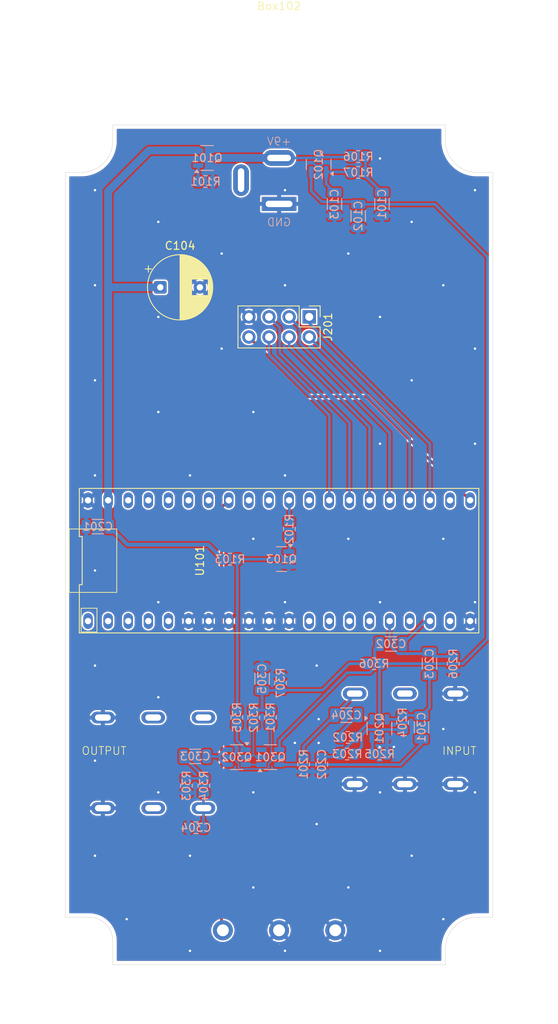
<source format=kicad_pcb>
(kicad_pcb (version 20241229) (generator "pcbnew") (generator_version "9.0")
  (layers (0 "F.Cu" jumper) (2 "B.Cu" signal) (13 "F.Paste" user) (15 "B.Paste" user) (5 "F.SilkS" user "F.Silkscreen") (7 "B.SilkS" user "B.Silkscreen") (1 "F.Mask" user) (3 "B.Mask" user) (25 "Edge.Cuts" user))
  (property "TOPLEVEL" "${KIPRJMOD}/../..")
  (net 0 "")
  (net 1 "VIN")
  (net 2 "GND")
  (net 3 "IN^{EFF}")
  (net 4 "IN^{CONN}")
  (net 5 "OUT^{CONN}")
  (net 6 "PWRIN")
  (net 7 "Net-(C101-Pad1)")
  (net 8 "Net-(Q301A-D)")
  (net 9 "Net-(Q201A-G)")
  (net 10 "Net-(C303-Pad2)")
  (net 11 "OUT^{EFF}")
  (net 13 "BUFFERED")
  (net 14 "+VA")
  (net 15 "Net-(Q201B-D)")
  (net 16 "Net-(Q201B-S)")
  (net 17 "VBIAS")
  (net 18 "Net-(Q302A-D)")
  (net 19 "Net-(Q301B-D)")
  (net 20 "ON_LOW")
  (net 21 "Net-(Q101-G)")
  (net 22 "Net-(Q103-B)")
  (net 23 "GATE")
  (net 24 "Net-(Q301A-S)")
  (net 25 "Net-(Q301B-S)")
  (net 26 "Net-(Q102-B)")
  (net 30 "ON_OFF")
  (net 31 "+3.3VA")
  (net 32 "FOOTSW")
  (net 38 "POT4")
  (net 49 "POT6")
  (net 50 "POT5")
  (net 51 "POT3")
  (net 54 "POT2")
  (net 56 "POT1")
  (net 59 "unconnected-(J101-Pad3)")
  (net 60 "Net-(C204-Pad2)")
  (footprint "Connector_PinHeader_2.54mm:PinHeader_2x04_P2.54mm_Vertical" (layer "F.Cu") (at 103.81 71.23 -90)
    (property "Reference" "J201" (at 1.27 -2.38 90) (layer "F.SilkS"))
    (property "Value" "Conn_02x04_Odd_Even")
    (pad "1" thru_hole rect (at 0 0 270) (size 1.7 1.7) (drill 1) (layers "*.Cu" "*.Mask") (net 56 "POT1"))
    (pad "2" thru_hole circle (at 2.54 0 270) (size 1.7 1.7) (drill 1) (layers "*.Cu" "*.Mask") (net 54 "POT2"))
    (pad "3" thru_hole circle (at 0 2.54 270) (size 1.7 1.7) (drill 1) (layers "*.Cu" "*.Mask") (net 51 "POT3"))
    (pad "4" thru_hole circle (at 2.54 2.54 270) (size 1.7 1.7) (drill 1) (layers "*.Cu" "*.Mask") (net 38 "POT4"))
    (pad "5" thru_hole circle (at 0 5.08 270) (size 1.7 1.7) (drill 1) (layers "*.Cu" "*.Mask") (net 50 "POT5"))
    (pad "6" thru_hole circle (at 2.54 5.08 270) (size 1.7 1.7) (drill 1) (layers "*.Cu" "*.Mask") (net 49 "POT6"))
    (pad "7" thru_hole circle (at 0 7.62 270) (size 1.7 1.7) (drill 1) (layers "*.Cu" "*.Mask") (net 2 "GND"))
    (pad "8" thru_hole circle (at 2.54 7.62 270) (size 1.7 1.7) (drill 1) (layers "*.Cu" "*.Mask") (net 31 "+3.3VA"))
  )
  (footprint "Mylib:Wurth WR-DC 2.1mm Power Jack" (layer "F.Cu") (at 100 57 180)
    (property "Reference" "J101" (hide yes))
    (property "Value" "Barrel_Jack_Switch" (hide yes))
    (pad "1" thru_hole rect (at 0 0.025 180) (size 4.4 1.8) (drill oval 3.4 0.8) (layers "*.Cu" "*.Mask") (net 2 "GND"))
    (pad "2" thru_hole oval (at 0 5.825 180) (size 4 2) (drill oval 3 0.8) (layers "*.Cu" "*.Mask") (net 6 "PWRIN"))
    (pad "3" thru_hole oval (at 4.8 3.025 180) (size 2 4) (drill oval 0.8 3) (layers "*.Cu" "*.Mask") (net 59 "unconnected-(J101-Pad3)"))
  )
  (footprint "Mylib:NRJ6HM-1-PRE" (layer "F.Cu") (at 73 126 180)
    (property "Reference" "J103" (hide yes))
    (property "Value" "AudioJack3_SwitchTR" (hide yes))
    (pad "R" thru_hole oval (at -11.1 -7.23 180) (size 3 1.5) (drill oval 2 0.8) (layers "*.Cu" "*.Mask"))
    (pad "RN" thru_hole oval (at -11.1 4.2 180) (size 3 1.5) (drill oval 2 0.8) (layers "*.Cu" "*.Mask"))
    (pad "S" thru_hole oval (at -4.75 -7.23 180) (size 3 1.5) (drill oval 2 0.8) (layers "*.Cu" "*.Mask") (net 2 "GND"))
    (pad "S" thru_hole oval (at -4.75 4.2 180) (size 3 1.5) (drill oval 2 0.8) (layers "*.Cu" "*.Mask") (net 2 "GND"))
    (pad "T" thru_hole oval (at -17.45 -7.23 180) (size 3 1.5) (drill oval 2 0.8) (layers "*.Cu" "*.Mask") (net 5 "OUT^{CONN}"))
    (pad "TN" thru_hole oval (at -17.45 4.2 180) (size 3 1.5) (drill oval 2 0.8) (layers "*.Cu" "*.Mask"))
  )
  (footprint "Mylib:1590B" (layer "F.Cu") (at 100 100)
    (property "Reference" "Box102" (at 0 -68 0) (layer "F.SilkS") (effects (font (thickness 0.1))))
    (property "Value" "1590B")
  )
  (footprint "Mylib:NRJ6HM-1-PRE" (layer "F.Cu") (at 127 126)
    (property "Reference" "J102" (hide yes))
    (property "Value" "AudioJack3_SwitchTR" (hide yes))
    (pad "R" thru_hole oval (at -11.1 -7.23) (size 3 1.5) (drill oval 2 0.8) (layers "*.Cu" "*.Mask"))
    (pad "RN" thru_hole oval (at -11.1 4.2) (size 3 1.5) (drill oval 2 0.8) (layers "*.Cu" "*.Mask") (net 2 "GND"))
    (pad "S" thru_hole oval (at -4.75 -7.23) (size 3 1.5) (drill oval 2 0.8) (layers "*.Cu" "*.Mask") (net 2 "GND"))
    (pad "S" thru_hole oval (at -4.75 4.2) (size 3 1.5) (drill oval 2 0.8) (layers "*.Cu" "*.Mask") (net 2 "GND"))
    (pad "T" thru_hole oval (at -17.45 -7.23) (size 3 1.5) (drill oval 2 0.8) (layers "*.Cu" "*.Mask") (net 4 "IN^{CONN}"))
    (pad "TN" thru_hole oval (at -17.45 4.2) (size 3 1.5) (drill oval 2 0.8) (layers "*.Cu" "*.Mask") (net 2 "GND"))
  )
  (footprint "Mylib:DaisySeed" (layer "F.Cu") (at 100 102 90)
    (property "Reference" "U101" (at 0 -10 90) (layer "F.SilkS"))
    (property "Value" "Daisy Seed")
    (pad "1" thru_hole oval (at -7.62 -24.13) (size 1.2 2) (drill 0.8) (layers "*.Cu" "*.Mask"))
    (pad "2" thru_hole oval (at -7.62 -21.59) (size 1.2 2) (drill 0.8) (layers "*.Cu" "*.Mask"))
    (pad "3" thru_hole oval (at -7.62 -19.05) (size 1.2 2) (drill 0.8) (layers "*.Cu" "*.Mask"))
    (pad "4" thru_hole oval (at -7.62 -16.51) (size 1.2 2) (drill 0.8) (layers "*.Cu" "*.Mask"))
    (pad "5" thru_hole oval (at -7.62 -13.97) (size 1.2 2) (drill 0.8) (layers "*.Cu" "*.Mask"))
    (pad "6" thru_hole oval (at -7.62 -11.43) (size 1.2 2) (drill 0.8) (layers "*.Cu" "*.Mask") (net 2 "GND"))
    (pad "7" thru_hole oval (at -7.62 -8.89) (size 1.2 2) (drill 0.8) (layers "*.Cu" "*.Mask") (net 2 "GND"))
    (pad "8" thru_hole oval (at -7.62 -6.35) (size 1.2 2) (drill 0.8) (layers "*.Cu" "*.Mask") (net 2 "GND"))
    (pad "9" thru_hole oval (at -7.62 -3.81) (size 1.2 2) (drill 0.8) (layers "*.Cu" "*.Mask") (net 2 "GND"))
    (pad "10" thru_hole oval (at -7.62 -1.27) (size 1.2 2) (drill 0.8) (layers "*.Cu" "*.Mask") (net 2 "GND"))
    (pad "11" thru_hole oval (at -7.62 1.27) (size 1.2 2) (drill 0.8) (layers "*.Cu" "*.Mask") (net 2 "GND"))
    (pad "12" thru_hole oval (at -7.62 3.81) (size 1.2 2) (drill 0.8) (layers "*.Cu" "*.Mask"))
    (pad "13" thru_hole oval (at -7.62 6.35) (size 1.2 2) (drill 0.8) (layers "*.Cu" "*.Mask"))
    (pad "14" thru_hole oval (at -7.62 8.89) (size 1.2 2) (drill 0.8) (layers "*.Cu" "*.Mask"))
    (pad "15" thru_hole oval (at -7.62 11.43) (size 1.2 2) (drill 0.8) (layers "*.Cu" "*.Mask"))
    (pad "16" thru_hole oval (at -7.62 13.97) (size 1.2 2) (drill 0.8) (layers "*.Cu" "*.Mask") (net 3 "IN^{EFF}"))
    (pad "17" thru_hole oval (at -7.62 16.51) (size 1.2 2) (drill 0.8) (layers "*.Cu" "*.Mask"))
    (pad "18" thru_hole oval (at -7.62 19.05) (size 1.2 2) (drill 0.8) (layers "*.Cu" "*.Mask") (net 11 "OUT^{EFF}"))
    (pad "19" thru_hole oval (at -7.62 21.59) (size 1.2 2) (drill 0.8) (layers "*.Cu" "*.Mask"))
    (pad "20" thru_hole oval (at -7.62 24.13) (size 1.2 2) (drill 0.8) (layers "*.Cu" "*.Mask") (net 2 "GND"))
    (pad "21" thru_hole oval (at 7.62 24.13) (size 1.2 2) (drill 0.8) (layers "*.Cu" "*.Mask") (net 31 "+3.3VA"))
    (pad "22" thru_hole oval (at 7.62 21.59) (size 1.2 2) (drill 0.8) (layers "*.Cu" "*.Mask"))
    (pad "23" thru_hole oval (at 7.62 19.05) (size 1.2 2) (drill 0.8) (layers "*.Cu" "*.Mask") (net 56 "POT1"))
    (pad "24" thru_hole oval (at 7.62 16.51) (size 1.2 2) (drill 0.8) (layers "*.Cu" "*.Mask") (net 54 "POT2"))
    (pad "25" thru_hole oval (at 7.62 13.97) (size 1.2 2) (drill 0.8) (layers "*.Cu" "*.Mask") (net 51 "POT3"))
    (pad "26" thru_hole oval (at 7.62 11.43) (size 1.2 2) (drill 0.8) (layers "*.Cu" "*.Mask") (net 38 "POT4"))
    (pad "27" thru_hole oval (at 7.62 8.89) (size 1.2 2) (drill 0.8) (layers "*.Cu" "*.Mask") (net 50 "POT5"))
    (pad "28" thru_hole oval (at 7.62 6.35) (size 1.2 2) (drill 0.8) (layers "*.Cu" "*.Mask") (net 49 "POT6"))
    (pad "29" thru_hole oval (at 7.62 3.81) (size 1.2 2) (drill 0.8) (layers "*.Cu" "*.Mask"))
    (pad "30" thru_hole oval (at 7.62 1.27) (size 1.2 2) (drill 0.8) (layers "*.Cu" "*.Mask") (net 30 "ON_OFF"))
    (pad "31" thru_hole oval (at 7.62 -1.27) (size 1.2 2) (drill 0.8) (layers "*.Cu" "*.Mask"))
    (pad "32" thru_hole oval (at 7.62 -3.81) (size 1.2 2) (drill 0.8) (layers "*.Cu" "*.Mask"))
    (pad "33" thru_hole oval (at 7.62 -6.35) (size 1.2 2) (drill 0.8) (layers "*.Cu" "*.Mask") (net 32 "FOOTSW"))
    (pad "34" thru_hole oval (at 7.62 -8.89) (size 1.2 2) (drill 0.8) (layers "*.Cu" "*.Mask"))
    (pad "35" thru_hole oval (at 7.62 -11.43) (size 1.2 2) (drill 0.8) (layers "*.Cu" "*.Mask"))
    (pad "36" thru_hole oval (at 7.62 -13.97) (size 1.2 2) (drill 0.8) (layers "*.Cu" "*.Mask"))
    (pad "37" thru_hole oval (at 7.62 -16.51) (size 1.2 2) (drill 0.8) (layers "*.Cu" "*.Mask"))
    (pad "38" thru_hole oval (at 7.62 -19.05) (size 1.2 2) (drill 0.8) (layers "*.Cu" "*.Mask"))
    (pad "39" thru_hole oval (at 7.62 -21.59) (size 1.2 2) (drill 0.8) (layers "*.Cu" "*.Mask") (net 1 "VIN"))
    (pad "40" thru_hole oval (at 7.62 -24.13) (size 1.2 2) (drill 0.8) (layers "*.Cu" "*.Mask") (net 2 "GND"))
  )
  (footprint "Mylib:PBS-24-102P" (layer "F.Cu") (at 100 144)
    (property "Reference" "SW101" (hide yes))
    (property "Value" "SW_Push_SPDT")
    (pad "1" thru_hole circle (at 7.1 4.65) (size 2.54 2.54) (drill 1.5) (layers "*.Cu" "*.Mask") (net 2 "GND"))
    (pad "2" thru_hole circle (at 0 4.65) (size 2.54 2.54) (drill 1.5) (layers "*.Cu" "*.Mask") (net 2 "GND"))
    (pad "3" thru_hole circle (at -7.1 4.65) (size 2.54 2.54) (drill 1.5) (layers "*.Cu" "*.Mask") (net 32 "FOOTSW"))
  )
  (footprint "Capacitor_THT:CP_Radial_D8.0mm_P5.00mm" (layer "F.Cu") (at 85 67.5)
    (property "Reference" "C104" (at 2.5 -5.25 0) (layer "F.SilkS"))
    (property "Value" "100uF")
    (pad "1" thru_hole roundrect (at 0 0) (size 1.6 1.6) (drill 0.8) (layers "*.Cu" "*.Mask") (roundrect_rratio 0.15625) (net 1 "VIN"))
    (pad "2" thru_hole circle (at 5 0) (size 1.6 1.6) (drill 0.8) (layers "*.Cu" "*.Mask") (net 2 "GND"))
  )
  (footprint "Package_TO_SOT_SMD:SOT-23-6" (layer "B.Cu") (at 112.67875 123.171 -90)
    (property "Reference" "Q201" (at 0 0 90) (layer "B.SilkS") (effects (justify mirror)))
    (property "Value" "LS844")
    (pad "1" smd roundrect (at -1.1375 0.95 270) (size 1.325 0.6) (layers "B.Cu" "B.Mask" "B.Paste") (net 9 "Net-(Q201A-G)"))
    (pad "2" smd roundrect (at -1.1375 0 270) (size 1.325 0.6) (layers "B.Cu" "B.Mask" "B.Paste") (net 14 "+VA"))
    (pad "3" smd roundrect (at -1.1375 -0.95 270) (size 1.325 0.6) (layers "B.Cu" "B.Mask" "B.Paste") (net 13 "BUFFERED"))
    (pad "4" smd roundrect (at 1.1375 -0.95 270) (size 1.325 0.6) (layers "B.Cu" "B.Mask" "B.Paste") (net 2 "GND"))
    (pad "5" smd roundrect (at 1.1375 0 270) (size 1.325 0.6) (layers "B.Cu" "B.Mask" "B.Paste") (net 15 "Net-(Q201B-D)"))
    (pad "6" smd roundrect (at 1.1375 0.95 270) (size 1.325 0.6) (layers "B.Cu" "B.Mask" "B.Paste") (net 16 "Net-(Q201B-S)"))
  )
  (footprint "Resistor_SMD:R_0805_2012Metric" (layer "B.Cu") (at 110 53 180)
    (property "Reference" "R107" (at 0 0 0) (layer "B.SilkS") (effects (justify mirror)))
    (property "Value" "2k2")
    (pad "1" smd roundrect (at -0.9125 0 180) (size 1.025 1.4) (layers "B.Cu" "B.Mask" "B.Paste") (roundrect_rratio 0.243902) (net 7 "Net-(C101-Pad1)"))
    (pad "2" smd roundrect (at 0.9125 0 180) (size 1.025 1.4) (layers "B.Cu" "B.Mask" "B.Paste") (roundrect_rratio 0.243902) (net 26 "Net-(Q102-B)"))
  )
  (footprint "Resistor_SMD:R_0805_2012Metric" (layer "B.Cu") (at 112.7 126.4)
    (property "Reference" "R205" (at 0 0 0) (layer "B.SilkS") (effects (justify mirror)))
    (property "Value" "1k5")
    (pad "1" smd roundrect (at -0.9125 0) (size 1.025 1.4) (layers "B.Cu" "B.Mask" "B.Paste") (roundrect_rratio 0.243902) (net 16 "Net-(Q201B-S)"))
    (pad "2" smd roundrect (at 0.9125 0) (size 1.025 1.4) (layers "B.Cu" "B.Mask" "B.Paste") (roundrect_rratio 0.243902) (net 2 "GND"))
  )
  (footprint "Resistor_SMD:R_0805_2012Metric" (layer "B.Cu") (at 101.3 98 -90)
    (property "Reference" "R102" (at 0 0 90) (layer "B.SilkS") (effects (justify mirror)))
    (property "Value" "10k")
    (pad "1" smd roundrect (at -0.9125 0 270) (size 1.025 1.4) (layers "B.Cu" "B.Mask" "B.Paste") (roundrect_rratio 0.243902) (net 30 "ON_OFF"))
    (pad "2" smd roundrect (at 0.9125 0 270) (size 1.025 1.4) (layers "B.Cu" "B.Mask" "B.Paste") (roundrect_rratio 0.243902) (net 22 "Net-(Q103-B)"))
  )
  (footprint "Resistor_SMD:R_0805_2012Metric" (layer "B.Cu") (at 93.8 101.81)
    (property "Reference" "R103" (at 0 0 0) (layer "B.SilkS") (effects (justify mirror)))
    (property "Value" "100k")
    (pad "1" smd roundrect (at -0.9125 0) (size 1.025 1.4) (layers "B.Cu" "B.Mask" "B.Paste") (roundrect_rratio 0.243902) (net 1 "VIN"))
    (pad "2" smd roundrect (at 0.9125 0) (size 1.025 1.4) (layers "B.Cu" "B.Mask" "B.Paste") (roundrect_rratio 0.243902) (net 20 "ON_LOW"))
  )
  (footprint "Resistor_SMD:R_0805_2012Metric" (layer "B.Cu") (at 103.1 127.7 -90)
    (property "Reference" "R201" (at 0 0 90) (layer "B.SilkS") (effects (justify mirror)))
    (property "Value" "1MEG")
    (pad "1" smd roundrect (at -0.9125 0 270) (size 1.025 1.4) (layers "B.Cu" "B.Mask" "B.Paste") (roundrect_rratio 0.243902) (net 4 "IN^{CONN}"))
    (pad "2" smd roundrect (at 0.9125 0 270) (size 1.025 1.4) (layers "B.Cu" "B.Mask" "B.Paste") (roundrect_rratio 0.243902) (net 2 "GND"))
  )
  (footprint "Capacitor_SMD:C_1206_3216Metric" (layer "B.Cu") (at 89.4 126.7 180)
    (property "Reference" "C303" (at 0 0 0) (layer "B.SilkS") (effects (justify mirror)))
    (property "Value" "1uF")
    (pad "1" smd roundrect (at -1.475 0 180) (size 1.15 1.8) (layers "B.Cu" "B.Mask" "B.Paste") (roundrect_rratio 0.217391) (net 18 "Net-(Q302A-D)"))
    (pad "2" smd roundrect (at 1.475 0 180) (size 1.15 1.8) (layers "B.Cu" "B.Mask" "B.Paste") (roundrect_rratio 0.217391) (net 10 "Net-(C303-Pad2)"))
  )
  (footprint "Package_TO_SOT_SMD:SOT-23" (layer "B.Cu") (at 105 52 90)
    (property "Reference" "Q102" (at 0 0 90) (layer "B.SilkS") (effects (justify mirror)))
    (property "Value" "BC846")
    (pad "1" smd roundrect (at -0.9375 0.95 90) (size 1.475 0.6) (layers "B.Cu" "B.Mask" "B.Paste") (net 26 "Net-(Q102-B)"))
    (pad "2" smd roundrect (at -0.9375 -0.95 90) (size 1.475 0.6) (layers "B.Cu" "B.Mask" "B.Paste") (net 14 "+VA"))
    (pad "3" smd roundrect (at 0.9375 0 90) (size 1.475 0.6) (layers "B.Cu" "B.Mask" "B.Paste") (net 6 "PWRIN"))
  )
  (footprint "Capacitor_SMD:C_1206_3216Metric" (layer "B.Cu") (at 113 57 -90)
    (property "Reference" "C101" (at 0 0 90) (layer "B.SilkS") (effects (justify mirror)))
    (property "Value" "10uF")
    (pad "1" smd roundrect (at -1.475 0 270) (size 1.15 1.8) (layers "B.Cu" "B.Mask" "B.Paste") (roundrect_rratio 0.217391) (net 7 "Net-(C101-Pad1)"))
    (pad "2" smd roundrect (at 1.475 0 270) (size 1.15 1.8) (layers "B.Cu" "B.Mask" "B.Paste") (roundrect_rratio 0.217391) (net 2 "GND"))
  )
  (footprint "Resistor_SMD:R_0805_2012Metric" (layer "B.Cu") (at 115.59875 122.431 -90)
    (property "Reference" "R204" (at 0 0 90) (layer "B.SilkS") (effects (justify mirror)))
    (property "Value" "1k5")
    (pad "1" smd roundrect (at -0.9125 0 270) (size 1.025 1.4) (layers "B.Cu" "B.Mask" "B.Paste") (roundrect_rratio 0.243902) (net 13 "BUFFERED"))
    (pad "2" smd roundrect (at 0.9125 0 270) (size 1.025 1.4) (layers "B.Cu" "B.Mask" "B.Paste") (roundrect_rratio 0.243902) (net 15 "Net-(Q201B-D)"))
  )
  (footprint "Resistor_SMD:R_0805_2012Metric" (layer "B.Cu") (at 90.5 130.4 -90)
    (property "Reference" "R304" (at 0 0 90) (layer "B.SilkS") (effects (justify mirror)))
    (property "Value" "3k3")
    (pad "1" smd roundrect (at -0.9125 0 270) (size 1.025 1.4) (layers "B.Cu" "B.Mask" "B.Paste") (roundrect_rratio 0.243902) (net 10 "Net-(C303-Pad2)"))
    (pad "2" smd roundrect (at 0.9125 0 270) (size 1.025 1.4) (layers "B.Cu" "B.Mask" "B.Paste") (roundrect_rratio 0.243902) (net 5 "OUT^{CONN}"))
  )
  (footprint "Capacitor_SMD:C_0805_2012Metric" (layer "B.Cu") (at 105.4 127.7 -90)
    (property "Reference" "C202" (at 0 0 90) (layer "B.SilkS") (effects (justify mirror)))
    (property "Value" "150pF")
    (pad "1" smd roundrect (at -0.95 0 270) (size 1 1.45) (layers "B.Cu" "B.Mask" "B.Paste") (net 9 "Net-(Q201A-G)"))
    (pad "2" smd roundrect (at 0.95 0 270) (size 1 1.45) (layers "B.Cu" "B.Mask" "B.Paste") (net 2 "GND"))
  )
  (footprint "Resistor_SMD:R_0805_2012Metric" (layer "B.Cu") (at 108.6 126.4)
    (property "Reference" "R203" (at 0 0 0) (layer "B.SilkS") (effects (justify mirror)))
    (property "Value" "1MEG")
    (pad "1" smd roundrect (at -0.9125 0) (size 1.025 1.4) (layers "B.Cu" "B.Mask" "B.Paste") (roundrect_rratio 0.243902) (net 9 "Net-(Q201A-G)"))
    (pad "2" smd roundrect (at 0.9125 0) (size 1.025 1.4) (layers "B.Cu" "B.Mask" "B.Paste") (roundrect_rratio 0.243902) (net 15 "Net-(Q201B-D)"))
  )
  (footprint "Resistor_SMD:R_0805_2012Metric" (layer "B.Cu") (at 90.7 54.15)
    (property "Reference" "R101" (at 0 0 0) (layer "B.SilkS") (effects (justify mirror)))
    (property "Value" "100k")
    (pad "1" smd roundrect (at -0.9125 0) (size 1.025 1.4) (layers "B.Cu" "B.Mask" "B.Paste") (roundrect_rratio 0.243902) (net 21 "Net-(Q101-G)"))
    (pad "2" smd roundrect (at 0.9125 0) (size 1.025 1.4) (layers "B.Cu" "B.Mask" "B.Paste") (roundrect_rratio 0.243902) (net 2 "GND"))
  )
  (footprint "Resistor_SMD:R_0805_2012Metric" (layer "B.Cu") (at 110 51)
    (property "Reference" "R106" (at 0 0 0) (layer "B.SilkS") (effects (justify mirror)))
    (property "Value" "2k2")
    (pad "1" smd roundrect (at -0.9125 0) (size 1.025 1.4) (layers "B.Cu" "B.Mask" "B.Paste") (roundrect_rratio 0.243902) (net 6 "PWRIN"))
    (pad "2" smd roundrect (at 0.9125 0) (size 1.025 1.4) (layers "B.Cu" "B.Mask" "B.Paste") (roundrect_rratio 0.243902) (net 7 "Net-(C101-Pad1)"))
  )
  (footprint "Resistor_SMD:R_0805_2012Metric" (layer "B.Cu") (at 94.67 121.78 -90)
    (property "Reference" "R305" (at 0 0 90) (layer "B.SilkS") (effects (justify mirror)))
    (property "Value" "10MEG")
    (pad "1" smd roundrect (at -0.9125 0 270) (size 1.025 1.4) (layers "B.Cu" "B.Mask" "B.Paste") (roundrect_rratio 0.243902) (net 20 "ON_LOW"))
    (pad "2" smd roundrect (at 0.9125 0 270) (size 1.025 1.4) (layers "B.Cu" "B.Mask" "B.Paste") (roundrect_rratio 0.243902) (net 23 "GATE"))
  )
  (footprint "Capacitor_SMD:C_0805_2012Metric" (layer "B.Cu") (at 89.5 135.7 180)
    (property "Reference" "C304" (at 0 0 0) (layer "B.SilkS") (effects (justify mirror)))
    (property "Value" "1nF")
    (pad "1" smd roundrect (at -0.95 0 180) (size 1 1.45) (layers "B.Cu" "B.Mask" "B.Paste") (net 5 "OUT^{CONN}"))
    (pad "2" smd roundrect (at 0.95 0 180) (size 1 1.45) (layers "B.Cu" "B.Mask" "B.Paste") (net 2 "GND"))
  )
  (footprint "Resistor_SMD:R_0805_2012Metric" (layer "B.Cu") (at 88.3 130.4 90)
    (property "Reference" "R303" (at 0 0 90) (layer "B.SilkS") (effects (justify mirror)))
    (property "Value" "1MEG")
    (pad "1" smd roundrect (at -0.9125 0 90) (size 1.025 1.4) (layers "B.Cu" "B.Mask" "B.Paste") (roundrect_rratio 0.243902) (net 2 "GND"))
    (pad "2" smd roundrect (at 0.9125 0 90) (size 1.025 1.4) (layers "B.Cu" "B.Mask" "B.Paste") (roundrect_rratio 0.243902) (net 10 "Net-(C303-Pad2)"))
  )
  (footprint "Capacitor_SMD:C_1206_3216Metric" (layer "B.Cu") (at 114.14 112.51 180)
    (property "Reference" "C302" (at 0 0 0) (layer "B.SilkS") (effects (justify mirror)))
    (property "Value" "1uF")
    (pad "1" smd roundrect (at -1.475 0 180) (size 1.15 1.8) (layers "B.Cu" "B.Mask" "B.Paste") (roundrect_rratio 0.217391) (net 11 "OUT^{EFF}"))
    (pad "2" smd roundrect (at 1.475 0 180) (size 1.15 1.8) (layers "B.Cu" "B.Mask" "B.Paste") (roundrect_rratio 0.217391) (net 19 "Net-(Q301B-D)"))
  )
  (footprint "Resistor_SMD:R_0805_2012Metric" (layer "B.Cu") (at 98.903 121.793 90)
    (property "Reference" "R301" (at 0 0 90) (layer "B.SilkS") (effects (justify mirror)))
    (property "Value" "1MEG")
    (pad "1" smd roundrect (at -0.9125 0 90) (size 1.025 1.4) (layers "B.Cu" "B.Mask" "B.Paste") (roundrect_rratio 0.243902) (net 24 "Net-(Q301A-S)"))
    (pad "2" smd roundrect (at 0.9125 0 90) (size 1.025 1.4) (layers "B.Cu" "B.Mask" "B.Paste") (roundrect_rratio 0.243902) (net 17 "VBIAS"))
  )
  (footprint "Capacitor_SMD:C_1206_3216Metric" (layer "B.Cu") (at 110 58.5 -90)
    (property "Reference" "C102" (at 0 0 90) (layer "B.SilkS") (effects (justify mirror)))
    (property "Value" "10uF")
    (pad "1" smd roundrect (at -1.475 0 270) (size 1.15 1.8) (layers "B.Cu" "B.Mask" "B.Paste") (roundrect_rratio 0.217391) (net 14 "+VA"))
    (pad "2" smd roundrect (at 1.475 0 270) (size 1.15 1.8) (layers "B.Cu" "B.Mask" "B.Paste") (roundrect_rratio 0.217391) (net 2 "GND"))
  )
  (footprint "Package_TO_SOT_SMD:TSOT-23-6" (layer "B.Cu") (at 98.903 126.793)
    (property "Reference" "Q301" (at 0 0 0) (layer "B.SilkS") (effects (justify mirror)))
    (property "Value" "DMC3071LVT")
    (pad "1" smd roundrect (at -1.1375 0.95) (size 1.325 0.6) (layers "B.Cu" "B.Mask" "B.Paste") (net 23 "GATE"))
    (pad "2" smd roundrect (at -1.1375 0) (size 1.325 0.6) (layers "B.Cu" "B.Mask" "B.Paste") (net 25 "Net-(Q301B-S)"))
    (pad "3" smd roundrect (at -1.1375 -0.95) (size 1.325 0.6) (layers "B.Cu" "B.Mask" "B.Paste") (net 23 "GATE"))
    (pad "4" smd roundrect (at 1.1375 -0.95) (size 1.325 0.6) (layers "B.Cu" "B.Mask" "B.Paste") (net 19 "Net-(Q301B-D)"))
    (pad "5" smd roundrect (at 1.1375 0) (size 1.325 0.6) (layers "B.Cu" "B.Mask" "B.Paste") (net 24 "Net-(Q301A-S)"))
    (pad "6" smd roundrect (at 1.1375 0.95) (size 1.325 0.6) (layers "B.Cu" "B.Mask" "B.Paste") (net 8 "Net-(Q301A-D)"))
  )
  (footprint "Package_TO_SOT_SMD:TSOT-23-6" (layer "B.Cu") (at 94.653 126.793 180)
    (property "Reference" "Q302" (at 0 0 0) (layer "B.SilkS") (effects (justify mirror)))
    (property "Value" "DMC3071LVT")
    (pad "1" smd roundrect (at -1.1375 0.95 180) (size 1.325 0.6) (layers "B.Cu" "B.Mask" "B.Paste") (net 23 "GATE"))
    (pad "2" smd roundrect (at -1.1375 0 180) (size 1.325 0.6) (layers "B.Cu" "B.Mask" "B.Paste") (net 25 "Net-(Q301B-S)"))
    (pad "3" smd roundrect (at -1.1375 -0.95 180) (size 1.325 0.6) (layers "B.Cu" "B.Mask" "B.Paste") (net 23 "GATE"))
    (pad "4" smd roundrect (at 1.1375 -0.95 180) (size 1.325 0.6) (layers "B.Cu" "B.Mask" "B.Paste") (net 18 "Net-(Q302A-D)"))
    (pad "5" smd roundrect (at 1.1375 0 180) (size 1.325 0.6) (layers "B.Cu" "B.Mask" "B.Paste") (net 24 "Net-(Q301A-S)"))
    (pad "6" smd roundrect (at 1.1375 0.95 180) (size 1.325 0.6) (layers "B.Cu" "B.Mask" "B.Paste") (net 18 "Net-(Q302A-D)"))
  )
  (footprint "Resistor_SMD:R_0805_2012Metric" (layer "B.Cu") (at 112 115)
    (property "Reference" "R306" (at 0 0 0) (layer "B.SilkS") (effects (justify mirror)))
    (property "Value" "4k7")
    (pad "1" smd roundrect (at -0.9125 0) (size 1.025 1.4) (layers "B.Cu" "B.Mask" "B.Paste") (roundrect_rratio 0.243902) (net 17 "VBIAS"))
    (pad "2" smd roundrect (at 0.9125 0) (size 1.025 1.4) (layers "B.Cu" "B.Mask" "B.Paste") (roundrect_rratio 0.243902) (net 14 "+VA"))
  )
  (footprint "Capacitor_SMD:C_1206_3216Metric" (layer "B.Cu") (at 108.5 121.5)
    (property "Reference" "C204" (at 0 0 0) (layer "B.SilkS") (effects (justify mirror)))
    (property "Value" "4.7uF")
    (pad "1" smd roundrect (at -1.475 0) (size 1.15 1.8) (layers "B.Cu" "B.Mask" "B.Paste") (roundrect_rratio 0.217391) (net 4 "IN^{CONN}"))
    (pad "2" smd roundrect (at 1.475 0) (size 1.15 1.8) (layers "B.Cu" "B.Mask" "B.Paste") (roundrect_rratio 0.217391) (net 60 "Net-(C204-Pad2)"))
  )
  (footprint "Capacitor_SMD:C_1206_3216Metric" (layer "B.Cu") (at 107 57 -90)
    (property "Reference" "C103" (at 0 0 90) (layer "B.SilkS") (effects (justify mirror)))
    (property "Value" "10uF")
    (pad "1" smd roundrect (at -1.475 0 270) (size 1.15 1.8) (layers "B.Cu" "B.Mask" "B.Paste") (roundrect_rratio 0.217391) (net 26 "Net-(Q102-B)"))
    (pad "2" smd roundrect (at 1.475 0 270) (size 1.15 1.8) (layers "B.Cu" "B.Mask" "B.Paste") (roundrect_rratio 0.217391) (net 2 "GND"))
  )
  (footprint "Resistor_SMD:R_0805_2012Metric" (layer "B.Cu") (at 122 115 -90)
    (property "Reference" "R206" (at 0 0 90) (layer "B.SilkS") (effects (justify mirror)))
    (property "Value" "1MEG")
    (pad "1" smd roundrect (at -0.9125 0 270) (size 1.025 1.4) (layers "B.Cu" "B.Mask" "B.Paste") (roundrect_rratio 0.243902) (net 3 "IN^{EFF}"))
    (pad "2" smd roundrect (at 0.9125 0 270) (size 1.025 1.4) (layers "B.Cu" "B.Mask" "B.Paste") (roundrect_rratio 0.243902) (net 2 "GND"))
  )
  (footprint "Resistor_SMD:R_0805_2012Metric" (layer "B.Cu") (at 96.803 121.793 -90)
    (property "Reference" "R302" (at 0 0 90) (layer "B.SilkS") (effects (justify mirror)))
    (property "Value" "1MEG")
    (pad "1" smd roundrect (at -0.9125 0 270) (size 1.025 1.4) (layers "B.Cu" "B.Mask" "B.Paste") (roundrect_rratio 0.243902) (net 17 "VBIAS"))
    (pad "2" smd roundrect (at 0.9125 0 270) (size 1.025 1.4) (layers "B.Cu" "B.Mask" "B.Paste") (roundrect_rratio 0.243902) (net 25 "Net-(Q301B-S)"))
  )
  (footprint "Capacitor_SMD:C_1206_3216Metric" (layer "B.Cu") (at 119 115 90)
    (property "Reference" "C203" (at 0 0 90) (layer "B.SilkS") (effects (justify mirror)))
    (property "Value" "4.7uF")
    (pad "1" smd roundrect (at -1.475 0 90) (size 1.15 1.8) (layers "B.Cu" "B.Mask" "B.Paste") (roundrect_rratio 0.217391) (net 13 "BUFFERED"))
    (pad "2" smd roundrect (at 1.475 0 90) (size 1.15 1.8) (layers "B.Cu" "B.Mask" "B.Paste") (roundrect_rratio 0.217391) (net 3 "IN^{EFF}"))
  )
  (footprint "Resistor_SMD:R_0805_2012Metric" (layer "B.Cu") (at 100.18 117.43 -90)
    (property "Reference" "R307" (at 0 0 90) (layer "B.SilkS") (effects (justify mirror)))
    (property "Value" "4k7")
    (pad "1" smd roundrect (at -0.9125 0 270) (size 1.025 1.4) (layers "B.Cu" "B.Mask" "B.Paste") (roundrect_rratio 0.243902) (net 2 "GND"))
    (pad "2" smd roundrect (at 0.9125 0 270) (size 1.025 1.4) (layers "B.Cu" "B.Mask" "B.Paste") (roundrect_rratio 0.243902) (net 17 "VBIAS"))
  )
  (footprint "Package_TO_SOT_SMD:SOT-23-3" (layer "B.Cu") (at 90.9 51.175)
    (property "Reference" "Q101" (at 0 0 0) (layer "B.SilkS") (effects (justify mirror)))
    (property "Value" "PMV250")
    (pad "1" smd roundrect (at -1.1375 0.95) (size 1.325 0.6) (layers "B.Cu" "B.Mask" "B.Paste") (net 21 "Net-(Q101-G)"))
    (pad "2" smd roundrect (at -1.1375 -0.95) (size 1.325 0.6) (layers "B.Cu" "B.Mask" "B.Paste") (net 1 "VIN"))
    (pad "3" smd roundrect (at 1.1375 0) (size 1.325 0.6) (layers "B.Cu" "B.Mask" "B.Paste") (net 6 "PWRIN"))
  )
  (footprint "Package_TO_SOT_SMD:SOT-23" (layer "B.Cu") (at 100.3 101.8 180)
    (property "Reference" "Q103" (at 0 0 0) (layer "B.SilkS") (effects (justify mirror)))
    (property "Value" "BC846")
    (pad "1" smd roundrect (at -0.9375 0.95 180) (size 1.475 0.6) (layers "B.Cu" "B.Mask" "B.Paste") (net 22 "Net-(Q103-B)"))
    (pad "2" smd roundrect (at -0.9375 -0.95 180) (size 1.475 0.6) (layers "B.Cu" "B.Mask" "B.Paste") (net 2 "GND"))
    (pad "3" smd roundrect (at 0.9375 0 180) (size 1.475 0.6) (layers "B.Cu" "B.Mask" "B.Paste") (net 20 "ON_LOW"))
  )
  (footprint "Resistor_SMD:R_0805_2012Metric" (layer "B.Cu") (at 108.67875 124.3)
    (property "Reference" "R202" (at 0 0 0) (layer "B.SilkS") (effects (justify mirror)))
    (property "Value" "1k")
    (pad "1" smd roundrect (at -0.9125 0) (size 1.025 1.4) (layers "B.Cu" "B.Mask" "B.Paste") (roundrect_rratio 0.243902) (net 60 "Net-(C204-Pad2)"))
    (pad "2" smd roundrect (at 0.9125 0) (size 1.025 1.4) (layers "B.Cu" "B.Mask" "B.Paste") (roundrect_rratio 0.243902) (net 9 "Net-(Q201A-G)"))
  )
  (footprint "Capacitor_SMD:C_1206_3216Metric" (layer "B.Cu") (at 117.98875 123.031 -90)
    (property "Reference" "C301" (at 0 0 90) (layer "B.SilkS") (effects (justify mirror)))
    (property "Value" "1uF")
    (pad "1" smd roundrect (at -1.475 0 270) (size 1.15 1.8) (layers "B.Cu" "B.Mask" "B.Paste") (roundrect_rratio 0.217391) (net 13 "BUFFERED"))
    (pad "2" smd roundrect (at 1.475 0 270) (size 1.15 1.8) (layers "B.Cu" "B.Mask" "B.Paste") (roundrect_rratio 0.217391) (net 8 "Net-(Q301A-D)"))
  )
  (footprint "Capacitor_SMD:C_1206_3216Metric" (layer "B.Cu") (at 77.1 97.7 180)
    (property "Reference" "C201" (at 0 0 0) (layer "B.SilkS") (effects (justify mirror)))
    (property "Value" "47uF")
    (pad "1" smd roundrect (at -1.475 0 180) (size 1.15 1.8) (layers "B.Cu" "B.Mask" "B.Paste") (roundrect_rratio 0.217391) (net 1 "VIN"))
    (pad "2" smd roundrect (at 1.475 0 180) (size 1.15 1.8) (layers "B.Cu" "B.Mask" "B.Paste") (roundrect_rratio 0.217391) (net 2 "GND"))
  )
  (footprint "Capacitor_SMD:C_1206_3216Metric" (layer "B.Cu") (at 97.86 116.9 -90)
    (property "Reference" "C305" (at 0 0 90) (layer "B.SilkS") (effects (justify mirror)))
    (property "Value" "10uF")
    (pad "1" smd roundrect (at -1.475 0 270) (size 1.15 1.8) (layers "B.Cu" "B.Mask" "B.Paste") (roundrect_rratio 0.217391) (net 2 "GND"))
    (pad "2" smd roundrect (at 1.475 0 270) (size 1.15 1.8) (layers "B.Cu" "B.Mask" "B.Paste") (roundrect_rratio 0.217391) (net 17 "VBIAS"))
  )
  (gr_line (start 121 49) (end 121 47) (stroke (width 0.05)) (layer "Edge.Cuts"))
  (gr_line (start 127 147) (end 125 147) (stroke (width 0.05)) (layer "Edge.Cuts"))
  (gr_arc (start 76 147) (mid 78.12132 147.87868) (end 79 150) (stroke (width 0.05)) (layer "Edge.Cuts"))
  (gr_line (start 121 47) (end 79 47) (stroke (width 0.05)) (layer "Edge.Cuts"))
  (gr_arc (start 121 151) (mid 122.171573 148.171573) (end 125 147) (stroke (width 0.05)) (layer "Edge.Cuts"))
  (gr_line (start 73 147) (end 76 147) (stroke (width 0.05)) (layer "Edge.Cuts"))
  (gr_line (start 79 47) (end 79 49) (stroke (width 0.05)) (layer "Edge.Cuts"))
  (gr_arc (start 79 49) (mid 77.828427 51.828427) (end 75 53) (stroke (width 0.05)) (layer "Edge.Cuts"))
  (gr_line (start 121 151) (end 121 153) (stroke (width 0.05)) (layer "Edge.Cuts"))
  (gr_line (start 73 53) (end 73 147) (stroke (width 0.05)) (layer "Edge.Cuts"))
  (gr_line (start 127 53) (end 127 147) (stroke (width 0.05)) (layer "Edge.Cuts"))
  (gr_line (start 79 153) (end 121 153) (stroke (width 0.05)) (layer "Edge.Cuts"))
  (gr_arc (start 125 53) (mid 122.171573 51.828427) (end 121 49) (stroke (width 0.05)) (layer "Edge.Cuts"))
  (gr_line (start 127 53) (end 125 53) (stroke (width 0.05)) (layer "Edge.Cuts"))
  (gr_line (start 79 153) (end 79 150) (stroke (width 0.05)) (layer "Edge.Cuts"))
  (gr_line (start 75 53) (end 73 53) (stroke (width 0.05)) (layer "Edge.Cuts"))
  (gr_text "INPUT" (at 125 126 0) (layer "F.SilkS") (effects (font (size 1 1) (thickness 0.1)) (justify right)))
  (gr_text "OUTPUT" (at 75 126 0) (layer "F.SilkS") (effects (font (size 1 1) (thickness 0.1)) (justify left)))
  (gr_text "+9V" (at 100 48.5 0) (layer "B.SilkS") (effects (font (size 1 1) (thickness 0.1)) (justify top mirror)))
  (gr_text "GND" (at 100 58.7 0) (layer "B.SilkS") (effects (font (size 1 1) (thickness 0.1)) (justify top mirror)))
  (segment (start 83.575 50.225) (end 78.41 55.39) (width 1) (layer "B.Cu") (net 1))
  (segment (start 78.41 97.535) (end 78.575 97.7) (width 1) (layer "B.Cu") (net 1))
  (segment (start 78.41 67.5) (end 78.41 94.38) (width 1) (layer "B.Cu") (net 1))
  (segment (start 80.855 99.98) (end 91.0575 99.98) (width 0.5) (layer "B.Cu") (net 1))
  (segment (start 91.0575 99.98) (end 92.8875 101.81) (width 0.5) (layer "B.Cu") (net 1))
  (segment (start 85 67.5) (end 78.41 67.5) (width 1) (layer "B.Cu") (net 1))
  (segment (start 89.7625 50.225) (end 83.575 50.225) (width 1) (layer "B.Cu") (net 1))
  (segment (start 78.41 94.38) (end 78.41 97.535) (width 1) (layer "B.Cu") (net 1))
  (segment (start 78.575 97.7) (end 80.855 99.98) (width 0.5) (layer "B.Cu") (net 1))
  (segment (start 78.41 55.39) (end 78.41 67.5) (width 1) (layer "B.Cu") (net 1))
  (via (at 112.75 151.2395) (size 0.6) (drill 0.3) (layers "F.Cu" "B.Cu") (net 2))
  (via (at 120.75 147.2395) (size 0.6) (drill 0.3) (layers "F.Cu" "B.Cu") (net 2))
  (via (at 76.75 115.2395) (size 0.6) (drill 0.3) (layers "F.Cu" "B.Cu") (net 2))
  (via (at 112.75 107.2395) (size 0.6) (drill 0.3) (layers "F.Cu" "B.Cu") (net 2))
  (via (at 88.75 139.2395) (size 0.6) (drill 0.3) (layers "F.Cu" "B.Cu") (net 2))
  (via (at 100.75 67.2395) (size 0.6) (drill 0.3) (layers "F.Cu" "B.Cu") (net 2))
  (via (at 76.75 79.2395) (size 0.6) (drill 0.3) (layers "F.Cu" "B.Cu") (net 2))
  (via (at 104.75 135.2395) (size 0.6) (drill 0.3) (layers "F.Cu" "B.Cu") (net 2))
  (via (at 76.75 139.2395) (size 0.6) (drill 0.3) (layers "F.Cu" "B.Cu") (net 2))
  (via (at 96.75 131.2395) (size 0.6) (drill 0.3) (layers "F.Cu" "B.Cu") (net 2))
  (via (at 84.75 131.2395) (size 0.6) (drill 0.3) (layers "F.Cu" "B.Cu") (net 2))
  (via (at 84.75 119.2395) (size 0.6) (drill 0.3) (layers "F.Cu" "B.Cu") (net 2))
  (via (at 116.75 79.2395) (size 0.6) (drill 0.3) (layers "F.Cu" "B.Cu") (net 2))
  (via (at 92.75 75.2395) (size 0.6) (drill 0.3) (layers "F.Cu" "B.Cu") (net 2))
  (via (at 96.75 143.2395) (size 0.6) (drill 0.3) (layers "F.Cu" "B.Cu") (net 2))
  (via (at 108.75 99.2395) (size 0.6) (drill 0.3) (layers "F.Cu" "B.Cu") (net 2))
  (via (at 124.75 131.2395) (size 0.6) (drill 0.3) (layers "F.Cu" "B.Cu") (net 2))
  (via (at 120.75 123.2395) (size 0.6) (drill 0.3) (layers "F.Cu" "B.Cu") (net 2))
  (via (at 76.75 67.2395) (size 0.6) (drill 0.3) (layers "F.Cu" "B.Cu") (net 2))
  (via (at 112.75 51.2395) (size 0.6) (drill 0.3) (layers "F.Cu" "B.Cu") (net 2))
  (via (at 108.75 143.2395) (size 0.6) (drill 0.3) (layers "F.Cu" "B.Cu") (net 2))
  (via (at 88.75 91.2395) (size 0.6) (drill 0.3) (layers "F.Cu" "B.Cu") (net 2))
  (via (at 124.75 55.2395) (size 0.6) (drill 0.3) (layers "F.Cu" "B.Cu") (net 2))
  (via (at 112.75 131.2395) (size 0.6) (drill 0.3) (layers "F.Cu" "B.Cu") (net 2))
  (via (at 76.75 91.2395) (size 0.6) (drill 0.3) (layers "F.Cu" "B.Cu") (net 2))
  (via (at 84.75 107.2395) (size 0.6) (drill 0.3) (layers "F.Cu" "B.Cu") (net 2))
  (via (at 116.75 139.2395) (size 0.6) (drill 0.3) (layers "F.Cu" "B.Cu") (net 2))
  (via (at 84.75 71.2395) (size 0.6) (drill 0.3) (layers "F.Cu" "B.Cu") (net 2))
  (via (at 116.75 59.2395) (size 0.6) (drill 0.3) (layers "F.Cu" "B.Cu") (net 2))
  (via (at 112.75 87.2395) (size 0.6) (drill 0.3) (layers "F.Cu" "B.Cu") (net 2))
  (via (at 84.75 59.2395) (size 0.6) (drill 0.3) (layers "F.Cu" "B.Cu") (net 2))
  (via (at 105 125) (size 0.6) (drill 0.3) (layers "F.Cu" "B.Cu") (net 2))
  (via (at 108.75 63.2395) (size 0.6) (drill 0.3) (layers "F.Cu" "B.Cu") (net 2))
  (via (at 76.75 55.2395) (size 0.6) (drill 0.3) (layers "F.Cu" "B.Cu") (net 2))
  (via (at 120.75 99.2395) (size 0.6) (drill 0.3) (layers "F.Cu" "B.Cu") (net 2))
  (via (at 88.75 151.2395) (size 0.6) (drill 0.3) (layers "F.Cu" "B.Cu") (net 2))
  (via (at 124.75 87.2395) (size 0.6) (drill 0.3) (layers "F.Cu" "B.Cu") (net 2))
  (via (at 105 122) (size 0.6) (drill 0.3) (layers "F.Cu" "B.Cu") (net 2))
  (via (at 100.75 55.2395) (size 0.6) (drill 0.3) (layers "F.Cu" "B.Cu") (net 2))
  (via (at 76.75 127.2395) (size 0.6) (drill 0.3) (layers "F.Cu" "B.Cu") (net 2))
  (via (at 102 125) (size 0.6) (drill 0.3) (layers "F.Cu" "B.Cu") (net 2))
  (via (at 100.75 151.2395) (size 0.6) (drill 0.3) (layers "F.Cu" "B.Cu") (net 2))
  (via (at 100.75 91.2395) (size 0.6) (drill 0.3) (layers "F.Cu" "B.Cu") (net 2))
  (via (at 120.75 67.2395) (size 0.6) (drill 0.3) (layers "F.Cu" "B.Cu") (net 2))
  (via (at 112.75 71.2395) (size 0.6) (drill 0.3) (layers "F.Cu" "B.Cu") (net 2))
  (via (at 96.75 99.2395) (size 0.6) (drill 0.3) (layers "F.Cu" "B.Cu") (net 2))
  (via (at 84.75 83.2395) (size 0.6) (drill 0.3) (layers "F.Cu" "B.Cu") (net 2))
  (via (at 114.5 125.5) (size 0.6) (drill 0.3) (layers "F.Cu" "B.Cu") (net 2))
  (via (at 104.75 115.2395) (size 0.6) (drill 0.3) (layers "F.Cu" "B.Cu") (net 2))
  (via (at 112.7 125.5) (size 0.6) (drill 0.3) (layers "F.Cu" "B.Cu") (net 2))
  (via (at 76.75 103.2395) (size 0.6) (drill 0.3) (layers "F.Cu" "B.Cu") (net 2))
  (via (at 100.75 107.2395) (size 0.6) (drill 0.3) (layers "F.Cu" "B.Cu") (net 2))
  (via (at 92.75 63.2395) (size 0.6) (drill 0.3) (layers "F.Cu" "B.Cu") (net 2))
  (via (at 124.75 107.2395) (size 0.6) (drill 0.3) (layers "F.Cu" "B.Cu") (net 2))
  (via (at 96.75 83.2395) (size 0.6) (drill 0.3) (layers "F.Cu" "B.Cu") (net 2))
  (via (at 124.75 75.2395) (size 0.6) (drill 0.3) (layers "F.Cu" "B.Cu") (net 2))
  (via (at 80.75 147.2395) (size 0.6) (drill 0.3) (layers "F.Cu" "B.Cu") (net 2))
  (segment (start 113.6125 124.32475) (end 113.62875 124.3085) (width 0.5) (layer "B.Cu") (net 2))
  (segment (start 113.6125 126.4) (end 113.6125 124.32475) (width 0.5) (layer "B.Cu") (net 2))
  (segment (start 113.99 109.64) (end 113.97 109.62) (width 0.35) (layer "B.Cu") (net 3))
  (segment (start 118.789 113.736) (end 115.044486 113.736) (width 0.35) (layer "B.Cu") (net 3))
  (segment (start 122 114.0875) (end 119.5625 114.0875) (width 0.35) (layer "B.Cu") (net 3))
  (segment (start 115.044486 113.736) (end 113.97 112.661514) (width 0.35) (layer "B.Cu") (net 3))
  (segment (start 119.5625 114.0875) (end 119 113.525) (width 0.35) (layer "B.Cu") (net 3))
  (segment (start 113.97 112.661514) (end 113.97 109.62) (width 0.35) (layer "B.Cu") (net 3))
  (segment (start 119 113.525) (end 118.789 113.736) (width 0.35) (layer "B.Cu") (net 3))
  (segment (start 109.5875 118.8075) (end 109.55 118.77) (width 0.35) (layer "B.Cu") (net 4))
  (segment (start 109.55 118.77) (end 109.55 118.975) (width 0.35) (layer "B.Cu") (net 4))
  (segment (start 103.1 126.7875) (end 103.1 125.425) (width 0.35) (layer "B.Cu") (net 4))
  (segment (start 109.55 118.975) (end 107.025 121.5) (width 0.35) (layer "B.Cu") (net 4))
  (segment (start 103.1 125.425) (end 107.025 121.5) (width 0.35) (layer "B.Cu") (net 4))
  (segment (start 90.45 133.23) (end 90.45 135.7) (width 0.35) (layer "B.Cu") (net 5))
  (segment (start 90.45 131.3625) (end 90.5 131.3125) (width 0.35) (layer "B.Cu") (net 5))
  (segment (start 90.45 133.23) (end 90.45 131.3625) (width 0.35) (layer "B.Cu") (net 5))
  (segment (start 109.025 51.0625) (end 109.0875 51) (width 0.35) (layer "B.Cu") (net 6))
  (segment (start 100 51.175) (end 104.8875 51.175) (width 0.35) (layer "B.Cu") (net 6))
  (segment (start 100 51.175) (end 92.0375 51.175) (width 1) (layer "B.Cu") (net 6))
  (segment (start 105 51.0625) (end 109.025 51.0625) (width 0.35) (layer "B.Cu") (net 6))
  (segment (start 104.8875 51.175) (end 105 51.0625) (width 0.35) (layer "B.Cu") (net 6))
  (segment (start 110.9125 53.4375) (end 113 55.525) (width 0.35) (layer "B.Cu") (net 7))
  (segment (start 110.9125 53) (end 110.9125 53.4375) (width 0.35) (layer "B.Cu") (net 7))
  (segment (start 110.9125 53) (end 110.9125 51) (width 0.35) (layer "B.Cu") (net 7))
  (segment (start 115.347 127.743) (end 117.98875 125.10125) (width 0.35) (layer "B.Cu") (net 8))
  (segment (start 117.98875 125.10125) (end 117.98875 124.506) (width 0.35) (layer "B.Cu") (net 8))
  (segment (start 115.347 127.743) (end 100.0405 127.743) (width 0.35) (layer "B.Cu") (net 8))
  (segment (start 109.59125 124.171) (end 111.72875 122.0335) (width 0.35) (layer "B.Cu") (net 9))
  (segment (start 109.59125 124.3) (end 109.59125 124.171) (width 0.35) (layer "B.Cu") (net 9))
  (segment (start 109.59125 124.49625) (end 107.6875 126.4) (width 0.35) (layer "B.Cu") (net 9))
  (segment (start 109.59125 124.3) (end 109.59125 124.49625) (width 0.35) (layer "B.Cu") (net 9))
  (segment (start 107.3375 126.75) (end 107.6875 126.4) (width 0.35) (layer "B.Cu") (net 9))
  (segment (start 105.4 126.75) (end 107.3375 126.75) (width 0.35) (layer "B.Cu") (net 9))
  (segment (start 90.5 129.4875) (end 88.3 129.4875) (width 0.35) (layer "B.Cu") (net 10))
  (segment (start 90.5 129.275) (end 90.5 129.4875) (width 0.35) (layer "B.Cu") (net 10))
  (segment (start 87.925 126.7) (end 90.5 129.275) (width 0.35) (layer "B.Cu") (net 10))
  (segment (start 115.615 112.51) (end 118.505 109.62) (width 0.35) (layer "B.Cu") (net 11))
  (segment (start 118.505 109.62) (end 119.05 109.62) (width 0.35) (layer "B.Cu") (net 11))
  (segment (start 115.08375 122.0335) (end 115.59875 121.5185) (width 0.35) (layer "B.Cu") (net 13))
  (segment (start 117.98875 121.556) (end 119 120.54475) (width 0.35) (layer "B.Cu") (net 13))
  (segment (start 119 120.54475) (end 119 116.475) (width 0.35) (layer "B.Cu") (net 13))
  (segment (start 117.95125 121.5185) (end 117.98875 121.556) (width 0.35) (layer "B.Cu") (net 13))
  (segment (start 117.98875 121.26125) (end 117.93 121.2025) (width 0.35) (layer "B.Cu") (net 13))
  (segment (start 117.98875 121.556) (end 117.98875 121.26125) (width 0.35) (layer "B.Cu") (net 13))
  (segment (start 115.59875 121.5185) (end 117.95125 121.5185) (width 0.35) (layer "B.Cu") (net 13))
  (segment (start 113.62875 122.0335) (end 115.08375 122.0335) (width 0.35) (layer "B.Cu") (net 13))
  (segment (start 119.679 57.025) (end 126.324 63.67) (width 0.35) (layer "B.Cu") (net 14))
  (segment (start 112.67875 115.23375) (end 112.9125 115) (width 0.35) (layer "B.Cu") (net 14))
  (segment (start 110 57.025) (end 119.679 57.025) (width 0.35) (layer "B.Cu") (net 14))
  (segment (start 109.675 56.7) (end 110 57.025) (width 0.35) (layer "B.Cu") (net 14))
  (segment (start 123.194 115) (end 112.9125 115) (width 0.35) (layer "B.Cu") (net 14))
  (segment (start 104.05 55.35) (end 105.4 56.7) (width 0.35) (layer "B.Cu") (net 14))
  (segment (start 110 57.025) (end 110.351 56.674) (width 0.35) (layer "B.Cu") (net 14))
  (segment (start 104.05 52.9375) (end 104.05 55.35) (width 0.35) (layer "B.Cu") (net 14))
  (segment (start 105.4 56.7) (end 109.675 56.7) (width 0.35) (layer "B.Cu") (net 14))
  (segment (start 112.67875 122.0335) (end 112.67875 115.23375) (width 0.35) (layer "B.Cu") (net 14))
  (segment (start 126.324 111.87) (end 123.194 115) (width 0.35) (layer "B.Cu") (net 14))
  (segment (start 126.324 63.67) (end 126.324 111.87) (width 0.35) (layer "B.Cu") (net 14))
  (segment (start 112.67875 123.646001) (end 112.67875 124.3085) (width 0.35) (layer "B.Cu") (net 15))
  (segment (start 110.42975 124.04102) (end 110.42975 125.48275) (width 0.35) (layer "B.Cu") (net 15))
  (segment (start 110.42975 125.48275) (end 109.5125 126.4) (width 0.35) (layer "B.Cu") (net 15))
  (segment (start 113.004751 123.32) (end 112.87625 123.4485) (width 0.35) (layer "B.Cu") (net 15))
  (segment (start 115.57525 123.32) (end 113.00475 123.32) (width 0.35) (layer "B.Cu") (net 15))
  (segment (start 115.59875 123.3435) (end 115.57525 123.32) (width 0.35) (layer "B.Cu") (net 15))
  (segment (start 113.00475 123.32) (end 112.87625 123.4485) (width 0.35) (layer "B.Cu") (net 15))
  (segment (start 112.352749 123.32) (end 111.15077 123.32) (width 0.35) (layer "B.Cu") (net 15))
  (segment (start 112.67875 123.646001) (end 112.352749 123.32) (width 0.35) (layer "B.Cu") (net 15))
  (segment (start 111.15077 123.32) (end 110.42975 124.04102) (width 0.35) (layer "B.Cu") (net 15))
  (segment (start 112.87625 123.4485) (end 112.67875 123.646001) (width 0.35) (layer "B.Cu") (net 15))
  (segment (start 111.7875 124.36725) (end 111.72875 124.3085) (width 0.35) (layer "B.Cu") (net 16))
  (segment (start 111.71 124.32725) (end 111.72875 124.3085) (width 0.35) (layer "B.Cu") (net 16))
  (segment (start 111.7875 126.4) (end 111.7875 124.36725) (width 0.35) (layer "B.Cu") (net 16))
  (segment (start 105.5075 118.3425) (end 100.18 118.3425) (width 0.35) (layer "B.Cu") (net 17))
  (segment (start 97.86 120.8805) (end 96.803 120.8805) (width 0.35) (layer "B.Cu") (net 17))
  (segment (start 97.86 118.375) (end 97.86 120.8805) (width 0.35) (layer "B.Cu") (net 17))
  (segment (start 100.1475 118.375) (end 100.18 118.3425) (width 0.35) (layer "B.Cu") (net 17))
  (segment (start 108.85 115) (end 105.5075 118.3425) (width 0.35) (layer "B.Cu") (net 17))
  (segment (start 97.86 118.375) (end 100.1475 118.375) (width 0.35) (layer "B.Cu") (net 17))
  (segment (start 98.903 120.8805) (end 97.86 120.8805) (width 0.35) (layer "B.Cu") (net 17))
  (segment (start 111.0875 115) (end 108.85 115) (width 0.35) (layer "B.Cu") (net 17))
  (segment (start 93.123 125.843) (end 93.5155 125.843) (width 0.35) (layer "B.Cu") (net 18))
  (segment (start 92.507 126.7) (end 92.527 126.72) (width 0.35) (layer "B.Cu") (net 18))
  (segment (start 93.125678 127.743) (end 92.527 127.144322) (width 0.35) (layer "B.Cu") (net 18))
  (segment (start 92.527 126.72) (end 92.527 126.439) (width 0.35) (layer "B.Cu") (net 18))
  (segment (start 93.5155 127.743) (end 93.125678 127.743) (width 0.35) (layer "B.Cu") (net 18))
  (segment (start 92.527 126.439) (end 93.123 125.843) (width 0.35) (layer "B.Cu") (net 18))
  (segment (start 90.875 126.7) (end 92.507 126.7) (width 0.35) (layer "B.Cu") (net 18))
  (segment (start 92.527 127.144322) (end 92.527 126.72) (width 0.35) (layer "B.Cu") (net 18))
  (segment (start 108.61 116.14) (end 100.0405 124.7095) (width 0.35) (layer "B.Cu") (net 19))
  (segment (start 100.0405 124.7095) (end 100.0405 125.843) (width 0.35) (layer "B.Cu") (net 19))
  (segment (start 112.074 113.101) (end 112.074 115.547514) (width 0.35) (layer "B.Cu") (net 19))
  (segment (start 112.074 115.547514) (end 111.481514 116.14) (width 0.35) (layer "B.Cu") (net 19))
  (segment (start 112.665 112.51) (end 112.074 113.101) (width 0.35) (layer "B.Cu") (net 19))
  (segment (start 111.481514 116.14) (end 108.61 116.14) (width 0.35) (layer "B.Cu") (net 19))
  (segment (start 99.3525 101.81) (end 99.3625 101.8) (width 0.35) (layer "B.Cu") (net 20))
  (segment (start 94.7125 120.825) (end 94.67 120.8675) (width 0.35) (layer "B.Cu") (net 20))
  (segment (start 94.7125 101.81) (end 94.7125 120.825) (width 0.35) (layer "B.Cu") (net 20))
  (segment (start 94.7125 101.81) (end 99.3525 101.81) (width 0.35) (layer "B.Cu") (net 20))
  (segment (start 89.7875 54.15) (end 89.7875 52.15) (width 0.35) (layer "B.Cu") (net 21))
  (segment (start 89.7875 52.15) (end 89.7625 52.125) (width 0.35) (layer "B.Cu") (net 21))
  (segment (start 101.3 98.9125) (end 101.3 100.7875) (width 0.35) (layer "B.Cu") (net 22))
  (segment (start 101.3 100.7875) (end 101.2375 100.85) (width 0.35) (layer "B.Cu") (net 22))
  (segment (start 94.877 127.113256) (end 95.506744 127.743) (width 0.2) (layer "B.Cu") (net 23))
  (segment (start 98.049256 125.843) (end 97.7655 125.843) (width 0.2) (layer "B.Cu") (net 23))
  (segment (start 98.053 127.743) (end 98.679 127.117) (width 0.2) (layer "B.Cu") (net 23))
  (segment (start 95.503 125.843) (end 94.877 126.469) (width 0.2) (layer "B.Cu") (net 23))
  (segment (start 98.679 127.117) (end 98.679 126.472744) (width 0.2) (layer "B.Cu") (net 23))
  (segment (start 97.7655 127.743) (end 98.053 127.743) (width 0.2) (layer "B.Cu") (net 23))
  (segment (start 95.7905 127.743) (end 97.7655 127.743) (width 0.2) (layer "B.Cu") (net 23))
  (segment (start 95.7905 125.843) (end 95.503 125.843) (width 0.2) (layer "B.Cu") (net 23))
  (segment (start 98.679 126.472744) (end 98.049256 125.843) (width 0.2) (layer "B.Cu") (net 23))
  (segment (start 95.7905 125.843) (end 94.67 124.7225) (width 0.35) (layer "B.Cu") (net 23))
  (segment (start 95.506744 127.743) (end 95.7905 127.743) (width 0.2) (layer "B.Cu") (net 23))
  (segment (start 94.877 126.469) (end 94.877 127.113256) (width 0.2) (layer "B.Cu") (net 23))
  (segment (start 94.67 124.7225) (end 94.67 122.6925) (width 0.35) (layer "B.Cu") (net 23))
  (segment (start 98.448256 128.294) (end 95.103744 128.294) (width 0.2) (layer "B.Cu") (net 24))
  (segment (start 94.923 128.113256) (end 94.923 128.109256) (width 0.2) (layer "B.Cu") (net 24))
  (segment (start 94.526 127.258645) (end 94.060356 126.793) (width 0.2) (layer "B.Cu") (net 24))
  (segment (start 94.060356 126.793) (end 93.5155 126.793) (width 0.2) (layer "B.Cu") (net 24))
  (segment (start 98.679 128.063256) (end 98.448256 128.294) (width 0.2) (layer "B.Cu") (net 24))
  (segment (start 98.903 122.7055) (end 99.03 122.8325) (width 0.2) (layer "B.Cu") (net 24))
  (segment (start 95.103744 128.294) (end 94.923 128.113256) (width 0.2) (layer "B.Cu") (net 24))
  (segment (start 100.0405 126.793) (end 99.503 126.793) (width 0.2) (layer "B.Cu") (net 24))
  (segment (start 94.923 128.109256) (end 94.877 128.063256) (width 0.2) (layer "B.Cu") (net 24))
  (segment (start 94.877 127.609644) (end 94.526 127.258645) (width 0.2) (layer "B.Cu") (net 24))
  (segment (start 99.03 122.8325) (end 99.03 126.37) (width 0.2) (layer "B.Cu") (net 24))
  (segment (start 94.877 128.063256) (end 94.877 127.609644) (width 0.2) (layer "B.Cu") (net 24))
  (segment (start 99.03 126.37) (end 99.453 126.793) (width 0.2) (layer "B.Cu") (net 24))
  (segment (start 99.453 126.793) (end 100.0405 126.793) (width 0.2) (layer "B.Cu") (net 24))
  (segment (start 99.503 126.793) (end 98.679 127.617) (width 0.2) (layer "B.Cu") (net 24))
  (segment (start 98.679 127.617) (end 98.679 128.063256) (width 0.2) (layer "B.Cu") (net 24))
  (segment (start 96.452999 126.793) (end 95.7905 126.793) (width 0.2) (layer "B.Cu") (net 25))
  (segment (start 96.803 122.7055) (end 96.803 122.7755) (width 0.2) (layer "B.Cu") (net 25))
  (segment (start 96.772999 126.482999) (end 97.083 126.793) (width 0.2) (layer "B.Cu") (net 25))
  (segment (start 97.083 126.793) (end 97.7655 126.793) (width 0.2) (layer "B.Cu") (net 25))
  (segment (start 96.763 122.8155) (end 96.763 126.482999) (width 0.2) (layer "B.Cu") (net 25))
  (segment (start 96.803 122.7755) (end 96.763 122.8155) (width 0.2) (layer "B.Cu") (net 25))
  (segment (start 96.704 126.541999) (end 96.452999 126.793) (width 0.2) (layer "B.Cu") (net 25))
  (segment (start 96.763 126.482999) (end 96.772999 126.482999) (width 0.2) (layer "B.Cu") (net 25))
  (segment (start 96.763 126.482999) (end 96.704 126.541999) (width 0.2) (layer "B.Cu") (net 25))
  (segment (start 109.025 52.9375) (end 109.0875 53) (width 0.35) (layer "B.Cu") (net 26))
  (segment (start 105.95 54.475) (end 107 55.525) (width 0.35) (layer "B.Cu") (net 26))
  (segment (start 105.95 52.9375) (end 109.025 52.9375) (width 0.35) (layer "B.Cu") (net 26))
  (segment (start 105.95 52.9375) (end 105.95 54.475) (width 0.35) (layer "B.Cu") (net 26))
  (segment (start 101.3 94.41) (end 101.27 94.38) (width 0.35) (layer "B.Cu") (net 30))
  (segment (start 101.3 97.0875) (end 101.3 94.41) (width 0.35) (layer "B.Cu") (net 30))
  (segment (start 96.19 73.77) (end 103.72 81.3) (width 0.35) (layer "F.Cu") (net 31))
  (segment (start 111.05 81.3) (end 124.13 94.38) (width 0.35) (layer "F.Cu") (net 31))
  (segment (start 103.72 81.3) (end 111.05 81.3) (width 0.35) (layer "F.Cu") (net 31))
  (segment (start 92.724 95.306) (end 92.724 148.474) (width 0.35) (layer "F.Cu") (net 32))
  (segment (start 93.65 94.38) (end 92.724 95.306) (width 0.35) (layer "F.Cu") (net 32))
  (segment (start 92.724 148.474) (end 92.9 148.65) (width 0.35) (layer "F.Cu") (net 32))
  (segment (start 101.27 74.97) (end 111.43 85.13) (width 0.35) (layer "B.Cu") (net 38))
  (segment (start 101.27 73.77) (end 101.27 74.97) (width 0.35) (layer "B.Cu") (net 38))
  (segment (start 111.43 85.13) (end 111.43 94.38) (width 0.35) (layer "B.Cu") (net 38))
  (segment (start 106.35 83.65) (end 106.35 94.38) (width 0.35) (layer "B.Cu") (net 49))
  (segment (start 98.73 73.77) (end 98.73 76.03) (width 0.35) (layer "B.Cu") (net 49))
  (segment (start 98.73 76.03) (end 106.35 83.65) (width 0.35) (layer "B.Cu") (net 49))
  (segment (start 98.73 71.23) (end 100.094 72.594) (width 0.35) (layer "B.Cu") (net 50))
  (segment (start 100.094 75.794) (end 108.89 84.59) (width 0.35) (layer "B.Cu") (net 50))
  (segment (start 100.094 72.594) (end 100.094 75.794) (width 0.35) (layer "B.Cu") (net 50))
  (segment (start 108.89 84.59) (end 108.89 94.38) (width 0.35) (layer "B.Cu") (net 50))
  (segment (start 102.634 74.534) (end 113.97 85.87) (width 0.35) (layer "B.Cu") (net 51))
  (segment (start 113.97 85.87) (end 113.97 94.38) (width 0.35) (layer "B.Cu") (net 51))
  (segment (start 101.27 71.23) (end 102.634 72.594) (width 0.35) (layer "B.Cu") (net 51))
  (segment (start 102.634 72.594) (end 102.634 74.534) (width 0.35) (layer "B.Cu") (net 51))
  (segment (start 103.81 73.77) (end 103.81 73.81) (width 0.35) (layer "B.Cu") (net 54))
  (segment (start 116.51 86.51) (end 116.51 94.38) (width 0.35) (layer "B.Cu") (net 54))
  (segment (start 103.81 73.81) (end 116.51 86.51) (width 0.35) (layer "B.Cu") (net 54))
  (segment (start 119.05 87.25) (end 119.05 94.38) (width 0.35) (layer "B.Cu") (net 56))
  (segment (start 103.81 72.01) (end 119.05 87.25) (width 0.35) (layer "B.Cu") (net 56))
  (segment (start 103.81 71.23) (end 103.81 72.01) (width 0.35) (layer "B.Cu") (net 56))
  (segment (start 95.2 53.975) (end 95.025 53.975) (width 1) (layer "B.Cu") (net 59))
  (segment (start 95.1875 53.9625) (end 95.2 53.975) (width 1) (layer "B.Cu") (net 59))
  (segment (start 109.975 121.5) (end 107.76625 123.70875) (width 0.35) (layer "B.Cu") (net 60))
  (segment (start 107.76625 123.70875) (end 107.76625 124.3) (width 0.35) (layer "B.Cu") (net 60))
  (zone (net 2) (net_name "GND") (layers "F.Cu" "B.Cu") (connect_pads (clearance 0.2)) (min_thickness 0.2) (fill yes (thermal_gap 0.2) (thermal_bridge_width 0.5))
    (polygon (pts (xy 67.5 40) (xy 132.5 40) (xy 132.5 160.5) (xy 67.5 160.5)))
  )
)
</source>
